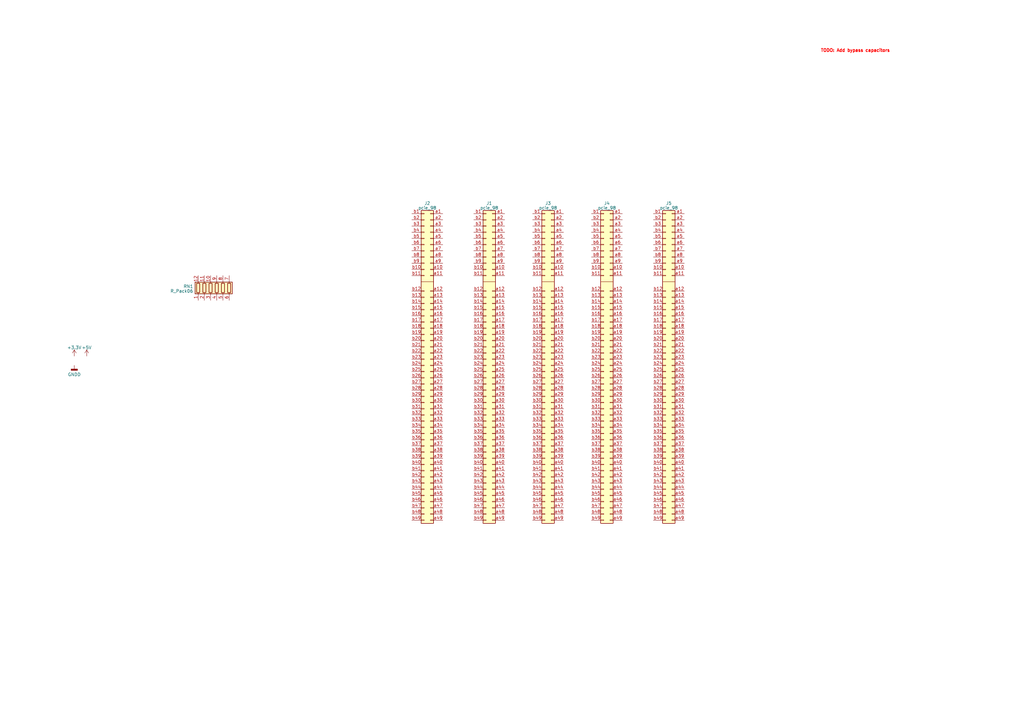
<source format=kicad_sch>
(kicad_sch (version 20230121) (generator eeschema)
  (paper "A3")
  (lib_symbols
    (symbol "Device:R_Pack06" (pin_names (offset 0) hide)
      (property "Reference" "RN" (at -10.16 0 90))
      (property "Value" "R_Pack06" (at 7.62 0 90))
      (symbol "R_Pack06_0_1"
        (rectangle (start -8.89 -2.413) (end 6.35 2.413) (stroke (width 0.254)) (fill (type background)))
        (rectangle (start -8.255 1.905) (end -6.985 -1.905) (stroke (width 0.254)))
        (rectangle (start -5.715 1.905) (end -4.445 -1.905) (stroke (width 0.254)))
        (rectangle (start -3.175 1.905) (end -1.905 -1.905) (stroke (width 0.254)))
        (rectangle (start -0.635 1.905) (end 0.635 -1.905) (stroke (width 0.254)))
        (polyline (pts (xy -7.62 -2.54) (xy -7.62 -1.905)))
        (polyline (pts (xy -7.62 1.905) (xy -7.62 2.54)))
        (polyline (pts (xy -5.08 -2.54) (xy -5.08 -1.905)))
        (polyline (pts (xy -5.08 1.905) (xy -5.08 2.54)))
        (polyline (pts (xy -2.54 -2.54) (xy -2.54 -1.905)))
        (polyline (pts (xy -2.54 1.905) (xy -2.54 2.54)))
        (polyline (pts (xy 0 -2.54) (xy 0 -1.905)))
        (polyline (pts (xy 0 1.905) (xy 0 2.54)))
        (polyline (pts (xy 2.54 -2.54) (xy 2.54 -1.905)))
        (polyline (pts (xy 2.54 1.905) (xy 2.54 2.54)))
        (polyline (pts (xy 5.08 -2.54) (xy 5.08 -1.905)))
        (polyline (pts (xy 5.08 1.905) (xy 5.08 2.54)))
        (rectangle (start 1.905 1.905) (end 3.175 -1.905) (stroke (width 0.254)))
        (rectangle (start 4.445 1.905) (end 5.715 -1.905) (stroke (width 0.254)))
      )
      (symbol "R_Pack06_1_1"
        (pin passive line (at -7.62 -5.08 90) (length 2.54) (name "R1.1") (number "1"))
        (pin passive line (at -2.54 5.08 270) (length 2.54) (name "R3.2") (number "10"))
        (pin passive line (at -5.08 5.08 270) (length 2.54) (name "R2.2") (number "11"))
        (pin passive line (at -7.62 5.08 270) (length 2.54) (name "R1.2") (number "12"))
        (pin passive line (at -5.08 -5.08 90) (length 2.54) (name "R2.1") (number "2"))
        (pin passive line (at -2.54 -5.08 90) (length 2.54) (name "R3.1") (number "3"))
        (pin passive line (at 0 -5.08 90) (length 2.54) (name "R4.1") (number "4"))
        (pin passive line (at 2.54 -5.08 90) (length 2.54) (name "R5.1") (number "5"))
        (pin passive line (at 5.08 -5.08 90) (length 2.54) (name "R6.1") (number "6"))
        (pin passive line (at 5.08 5.08 270) (length 2.54) (name "R6.2") (number "7"))
        (pin passive line (at 2.54 5.08 270) (length 2.54) (name "R5.2") (number "8"))
        (pin passive line (at 0 5.08 270) (length 2.54) (name "R4.2") (number "9"))
      )
    )
    (symbol "main_board:GND" (power) (pin_names (offset 0))
      (property "Value" "GND" (at 0 -3.175 0))
      (symbol "GND_0_1"
        (rectangle (start -1.27 -1.524) (end 1.27 -2.032) (stroke (width 0.254)) (fill (type outline)))
        (polyline (pts (xy 0 0) (xy 0 -1.524)))
      )
      (symbol "GND_1_1"
        (pin power_in line (at 0 0 270) (length 0) hide (name "GNDD") (number "1"))
      )
    )
    (symbol "main_board:pcie_98" (pin_names (offset 1.016) hide)
      (property "Reference" "J" (at 1.27 40.64 0))
      (property "Value" "pcie_98" (at 20.32 44.45 0))
      (symbol "pcie_98_0_1"
        (polyline (pts (xy 3.81 10.16) (xy -1.27 10.16)))
      )
      (symbol "pcie_98_1_1"
        (rectangle (start -1.27 -87.757) (end 0 -87.503) (stroke (width 0.1524)))
        (rectangle (start -1.27 -85.217) (end 0 -84.963) (stroke (width 0.1524)))
        (rectangle (start -1.27 -82.677) (end 0 -82.423) (stroke (width 0.1524)))
        (rectangle (start -1.27 -80.137) (end 0 -79.883) (stroke (width 0.1524)))
        (rectangle (start -1.27 -77.597) (end 0 -77.343) (stroke (width 0.1524)))
        (rectangle (start -1.27 -75.057) (end 0 -74.803) (stroke (width 0.1524)))
        (rectangle (start -1.27 -72.517) (end 0 -72.263) (stroke (width 0.1524)))
        (rectangle (start -1.27 -69.977) (end 0 -69.723) (stroke (width 0.1524)))
        (rectangle (start -1.27 -67.437) (end 0 -67.183) (stroke (width 0.1524)))
        (rectangle (start -1.27 -64.897) (end 0 -64.643) (stroke (width 0.1524)))
        (rectangle (start -1.27 -62.357) (end 0 -62.103) (stroke (width 0.1524)))
        (rectangle (start -1.27 -59.817) (end 0 -59.563) (stroke (width 0.1524)))
        (rectangle (start -1.27 -57.277) (end 0 -57.023) (stroke (width 0.1524)))
        (rectangle (start -1.27 -54.737) (end 0 -54.483) (stroke (width 0.1524)))
        (rectangle (start -1.27 -52.197) (end 0 -51.943) (stroke (width 0.1524)))
        (rectangle (start -1.27 -49.657) (end 0 -49.403) (stroke (width 0.1524)))
        (rectangle (start -1.27 -47.117) (end 0 -46.863) (stroke (width 0.1524)))
        (rectangle (start -1.27 -16.383) (end 0 -16.637) (stroke (width 0.1524)))
        (rectangle (start -1.27 -13.843) (end 0 -14.097) (stroke (width 0.1524)))
        (rectangle (start -1.27 -11.303) (end 0 -11.557) (stroke (width 0.1524)))
        (rectangle (start -1.27 6.477) (end 0 6.223) (stroke (width 0.1524)))
        (rectangle (start -1.27 12.827) (end 0 12.573) (stroke (width 0.1524)))
        (rectangle (start -1.27 38.227) (end 0 37.973) (stroke (width 0.1524)))
        (rectangle (start -1.27 39.37) (end 3.81 -88.9) (stroke (width 0.254)) (fill (type background)))
        (rectangle (start 0 -44.577) (end -1.27 -44.323) (stroke (width 0.1524)))
        (rectangle (start 0 -42.037) (end -1.27 -41.783) (stroke (width 0.1524)))
        (rectangle (start 0 -39.497) (end -1.27 -39.243) (stroke (width 0.1524)))
        (rectangle (start 0 -36.957) (end -1.27 -36.703) (stroke (width 0.1524)))
        (rectangle (start 0 -34.417) (end -1.27 -34.163) (stroke (width 0.1524)))
        (rectangle (start 0 -31.877) (end -1.27 -31.623) (stroke (width 0.1524)))
        (rectangle (start 0 -29.337) (end -1.27 -29.083) (stroke (width 0.1524)))
        (rectangle (start 0 -26.797) (end -1.27 -26.543) (stroke (width 0.1524)))
        (rectangle (start 0 -24.257) (end -1.27 -24.003) (stroke (width 0.1524)))
        (rectangle (start 0 -21.717) (end -1.27 -21.463) (stroke (width 0.1524)))
        (rectangle (start 0 -19.177) (end -1.27 -18.923) (stroke (width 0.1524)))
        (rectangle (start 0 -9.017) (end -1.27 -8.763) (stroke (width 0.1524)))
        (rectangle (start 0 -6.477) (end -1.27 -6.223) (stroke (width 0.1524)))
        (rectangle (start 0 -3.937) (end -1.27 -3.683) (stroke (width 0.1524)))
        (rectangle (start 0 -1.397) (end -1.27 -1.143) (stroke (width 0.1524)))
        (rectangle (start 0 1.143) (end -1.27 1.397) (stroke (width 0.1524)))
        (rectangle (start 0 3.683) (end -1.27 3.937) (stroke (width 0.1524)))
        (rectangle (start 0 15.113) (end -1.27 15.367) (stroke (width 0.1524)))
        (rectangle (start 0 17.653) (end -1.27 17.907) (stroke (width 0.1524)))
        (rectangle (start 0 20.193) (end -1.27 20.447) (stroke (width 0.1524)))
        (rectangle (start 0 22.733) (end -1.27 22.987) (stroke (width 0.1524)))
        (rectangle (start 0 25.273) (end -1.27 25.527) (stroke (width 0.1524)))
        (rectangle (start 0 27.813) (end -1.27 28.067) (stroke (width 0.1524)))
        (rectangle (start 0 30.353) (end -1.27 30.607) (stroke (width 0.1524)))
        (rectangle (start 0 32.893) (end -1.27 33.147) (stroke (width 0.1524)))
        (rectangle (start 0 35.433) (end -1.27 35.687) (stroke (width 0.1524)))
        (rectangle (start 2.54 -87.757) (end 3.81 -87.503) (stroke (width 0.1524)))
        (rectangle (start 2.54 -85.217) (end 3.81 -84.963) (stroke (width 0.1524)))
        (rectangle (start 2.54 -82.677) (end 3.81 -82.423) (stroke (width 0.1524)))
        (rectangle (start 2.54 -80.137) (end 3.81 -79.883) (stroke (width 0.1524)))
        (rectangle (start 2.54 -77.597) (end 3.81 -77.343) (stroke (width 0.1524)))
        (rectangle (start 2.54 -75.057) (end 3.81 -74.803) (stroke (width 0.1524)))
        (rectangle (start 2.54 -72.517) (end 3.81 -72.263) (stroke (width 0.1524)))
        (rectangle (start 2.54 -69.977) (end 3.81 -69.723) (stroke (width 0.1524)))
        (rectangle (start 2.54 -67.437) (end 3.81 -67.183) (stroke (width 0.1524)))
        (rectangle (start 2.54 -64.897) (end 3.81 -64.643) (stroke (width 0.1524)))
        (rectangle (start 2.54 -62.357) (end 3.81 -62.103) (stroke (width 0.1524)))
        (rectangle (start 2.54 -59.817) (end 3.81 -59.563) (stroke (width 0.1524)))
        (rectangle (start 2.54 -57.277) (end 3.81 -57.023) (stroke (width 0.1524)))
        (rectangle (start 2.54 -54.737) (end 3.81 -54.483) (stroke (width 0.1524)))
        (rectangle (start 2.54 -52.197) (end 3.81 -51.943) (stroke (width 0.1524)))
        (rectangle (start 2.54 -49.657) (end 3.81 -49.403) (stroke (width 0.1524)))
        (rectangle (start 2.54 -47.117) (end 3.81 -46.863) (stroke (width 0.1524)))
        (rectangle (start 2.54 -44.577) (end 3.81 -44.323) (stroke (width 0.1524)))
        (rectangle (start 2.54 -42.037) (end 3.81 -41.783) (stroke (width 0.1524)))
        (rectangle (start 2.54 -39.497) (end 3.81 -39.243) (stroke (width 0.1524)))
        (rectangle (start 2.54 -36.957) (end 3.81 -36.703) (stroke (width 0.1524)))
        (rectangle (start 2.54 -34.417) (end 3.81 -34.163) (stroke (width 0.1524)))
        (rectangle (start 2.54 -31.877) (end 3.81 -31.623) (stroke (width 0.1524)))
        (rectangle (start 2.54 -29.337) (end 3.81 -29.083) (stroke (width 0.1524)))
        (rectangle (start 2.54 -26.797) (end 3.81 -26.543) (stroke (width 0.1524)))
        (rectangle (start 2.54 -24.257) (end 3.81 -24.003) (stroke (width 0.1524)))
        (rectangle (start 2.54 -21.717) (end 3.81 -21.463) (stroke (width 0.1524)))
        (rectangle (start 2.54 -19.177) (end 3.81 -18.923) (stroke (width 0.1524)))
        (rectangle (start 2.54 -16.383) (end 3.81 -16.637) (stroke (width 0.1524)))
        (rectangle (start 2.54 -14.097) (end 3.81 -13.843) (stroke (width 0.1524)))
        (rectangle (start 2.54 -11.557) (end 3.81 -11.303) (stroke (width 0.1524)))
        (rectangle (start 2.54 -9.017) (end 3.81 -8.763) (stroke (width 0.1524)))
        (rectangle (start 2.54 -6.223) (end 3.81 -6.477) (stroke (width 0.1524)))
        (rectangle (start 2.54 -3.937) (end 3.81 -3.683) (stroke (width 0.1524)))
        (rectangle (start 2.54 -1.397) (end 3.81 -1.143) (stroke (width 0.1524)))
        (rectangle (start 2.54 1.143) (end 3.81 1.397) (stroke (width 0.1524)))
        (rectangle (start 2.54 3.683) (end 3.81 3.937) (stroke (width 0.1524)))
        (rectangle (start 2.54 6.477) (end 3.81 6.223) (stroke (width 0.1524)))
        (rectangle (start 2.54 12.573) (end 3.81 12.827) (stroke (width 0.1524)))
        (rectangle (start 2.54 15.113) (end 3.81 15.367) (stroke (width 0.1524)))
        (rectangle (start 2.54 17.653) (end 3.81 17.907) (stroke (width 0.1524)))
        (rectangle (start 2.54 20.193) (end 3.81 20.447) (stroke (width 0.1524)))
        (rectangle (start 2.54 22.733) (end 3.81 22.987) (stroke (width 0.1524)))
        (rectangle (start 2.54 25.273) (end 3.81 25.527) (stroke (width 0.1524)))
        (rectangle (start 2.54 27.813) (end 3.81 28.067) (stroke (width 0.1524)))
        (rectangle (start 2.54 30.353) (end 3.81 30.607) (stroke (width 0.1524)))
        (rectangle (start 2.54 32.893) (end 3.81 33.147) (stroke (width 0.1524)))
        (rectangle (start 2.54 35.433) (end 3.81 35.687) (stroke (width 0.1524)))
        (rectangle (start 2.54 38.227) (end 3.81 37.973) (stroke (width 0.1524)))
        (pin passive line (at 7.62 38.1 180) (length 3.81) (name "Pin_a1") (number "a1"))
        (pin passive line (at 7.62 15.24 180) (length 3.81) (name "Pin_a10") (number "a10"))
        (pin passive line (at 7.62 12.7 180) (length 3.81) (name "Pin_a11") (number "a11"))
        (pin passive line (at 7.62 6.35 180) (length 3.81) (name "Pin_a12") (number "a12"))
        (pin passive line (at 7.62 3.81 180) (length 3.81) (name "Pin_a13") (number "a13"))
        (pin passive line (at 7.62 1.27 180) (length 3.81) (name "Pin_a14") (number "a14"))
        (pin passive line (at 7.62 -1.27 180) (length 3.81) (name "Pin_a15") (number "a15"))
        (pin passive line (at 7.62 -3.81 180) (length 3.81) (name "Pin_a16") (number "a16"))
        (pin passive line (at 7.62 -6.35 180) (length 3.81) (name "Pin_a17") (number "a17"))
        (pin passive line (at 7.62 -8.89 180) (length 3.81) (name "Pin_a18") (number "a18"))
        (pin passive line (at 7.62 -11.43 180) (length 3.81) (name "Pin_a19") (number "a19"))
        (pin passive line (at 7.62 35.56 180) (length 3.81) (name "Pin_a2") (number "a2"))
        (pin passive line (at 7.62 -13.97 180) (length 3.81) (name "Pin_a20") (number "a20"))
        (pin passive line (at 7.62 -16.51 180) (length 3.81) (name "Pin_a21") (number "a21"))
        (pin passive line (at 7.62 -19.05 180) (length 3.81) (name "Pin_a22") (number "a22"))
        (pin passive line (at 7.62 -21.59 180) (length 3.81) (name "Pin_a23") (number "a23"))
        (pin passive line (at 7.62 -24.13 180) (length 3.81) (name "Pin_a24") (number "a24"))
        (pin passive line (at 7.62 -26.67 180) (length 3.81) (name "Pin_a25") (number "a25"))
        (pin passive line (at 7.62 -29.21 180) (length 3.81) (name "Pin_a26") (number "a26"))
        (pin passive line (at 7.62 -31.75 180) (length 3.81) (name "Pin_a27") (number "a27"))
        (pin passive line (at 7.62 -34.29 180) (length 3.81) (name "Pin_a28") (number "a28"))
        (pin passive line (at 7.62 -36.83 180) (length 3.81) (name "Pin_a29") (number "a29"))
        (pin passive line (at 7.62 33.02 180) (length 3.81) (name "Pin_a3") (number "a3"))
        (pin passive line (at 7.62 -39.37 180) (length 3.81) (name "Pin_a30") (number "a30"))
        (pin passive line (at 7.62 -41.91 180) (length 3.81) (name "Pin_a31") (number "a31"))
        (pin passive line (at 7.62 -44.45 180) (length 3.81) (name "Pin_a32") (number "a32"))
        (pin passive line (at 7.62 -46.99 180) (length 3.81) (name "Pin_a33") (number "a33"))
        (pin passive line (at 7.62 -49.53 180) (length 3.81) (name "Pin_a34") (number "a34"))
        (pin passive line (at 7.62 -52.07 180) (length 3.81) (name "Pin_a35") (number "a35"))
        (pin passive line (at 7.62 -54.61 180) (length 3.81) (name "Pin_a36") (number "a36"))
        (pin passive line (at 7.62 -57.15 180) (length 3.81) (name "Pin_a37") (number "a37"))
        (pin passive line (at 7.62 -59.69 180) (length 3.81) (name "Pin_a38") (number "a38"))
        (pin passive line (at 7.62 -62.23 180) (length 3.81) (name "Pin_a39") (number "a39"))
        (pin passive line (at 7.62 30.48 180) (length 3.81) (name "Pin_a4") (number "a4"))
        (pin passive line (at 7.62 -64.77 180) (length 3.81) (name "Pin_a40") (number "a40"))
        (pin passive line (at 7.62 -67.31 180) (length 3.81) (name "Pin_a41") (number "a41"))
        (pin passive line (at 7.62 -69.85 180) (length 3.81) (name "Pin_a42") (number "a42"))
        (pin passive line (at 7.62 -72.39 180) (length 3.81) (name "Pin_a43") (number "a43"))
        (pin passive line (at 7.62 -74.93 180) (length 3.81) (name "Pin_a44") (number "a44"))
        (pin passive line (at 7.62 -77.47 180) (length 3.81) (name "Pin_a45") (number "a45"))
        (pin passive line (at 7.62 -80.01 180) (length 3.81) (name "Pin_a46") (number "a46"))
        (pin passive line (at 7.62 -82.55 180) (length 3.81) (name "Pin_a47") (number "a47"))
        (pin passive line (at 7.62 -85.09 180) (length 3.81) (name "Pin_a48") (number "a48"))
        (pin passive line (at 7.62 -87.63 180) (length 3.81) (name "Pin_a49") (number "a49"))
        (pin passive line (at 7.62 27.94 180) (length 3.81) (name "Pin_a5") (number "a5"))
        (pin passive line (at 7.62 25.4 180) (length 3.81) (name "Pin_a6") (number "a6"))
        (pin passive line (at 7.62 22.86 180) (length 3.81) (name "Pin_a7") (number "a7"))
        (pin passive line (at 7.62 20.32 180) (length 3.81) (name "Pin_a8") (number "a8"))
        (pin passive line (at 7.62 17.78 180) (length 3.81) (name "Pin_a9") (number "a9"))
        (pin passive line (at -5.08 38.1 0) (length 3.81) (name "Pin_b1") (number "b1"))
        (pin passive line (at -5.08 15.24 0) (length 3.81) (name "Pin_b10") (number "b10"))
        (pin passive line (at -5.08 12.7 0) (length 3.81) (name "Pin_b11") (number "b11"))
        (pin passive line (at -5.08 6.35 0) (length 3.81) (name "Pin_b12") (number "b12"))
        (pin passive line (at -5.08 3.81 0) (length 3.81) (name "Pin_b13") (number "b13"))
        (pin passive line (at -5.08 1.27 0) (length 3.81) (name "Pin_b14") (number "b14"))
        (pin passive line (at -5.08 -1.27 0) (length 3.81) (name "Pin_b15") (number "b15"))
        (pin passive line (at -5.08 -3.81 0) (length 3.81) (name "Pin_b16") (number "b16"))
        (pin passive line (at -5.08 -6.35 0) (length 3.81) (name "Pin_b17") (number "b17"))
        (pin passive line (at -5.08 -8.89 0) (length 3.81) (name "Pin_b18") (number "b18"))
        (pin passive line (at -5.08 -11.43 0) (length 3.81) (name "Pin_b19") (number "b19"))
        (pin passive line (at -5.08 35.56 0) (length 3.81) (name "Pin_b2") (number "b2"))
        (pin passive line (at -5.08 -13.97 0) (length 3.81) (name "Pin_b20") (number "b20"))
        (pin passive line (at -5.08 -16.51 0) (length 3.81) (name "Pin_b21") (number "b21"))
        (pin passive line (at -5.08 -19.05 0) (length 3.81) (name "Pin_b22") (number "b22"))
        (pin passive line (at -5.08 -21.59 0) (length 3.81) (name "Pin_b23") (number "b23"))
        (pin passive line (at -5.08 -24.13 0) (length 3.81) (name "Pin_b24") (number "b24"))
        (pin passive line (at -5.08 -26.67 0) (length 3.81) (name "Pin_b25") (number "b25"))
        (pin passive line (at -5.08 -29.21 0) (length 3.81) (name "Pin_b26") (number "b26"))
        (pin passive line (at -5.08 -31.75 0) (length 3.81) (name "Pin_b27") (number "b27"))
        (pin passive line (at -5.08 -34.29 0) (length 3.81) (name "Pin_b28") (number "b28"))
        (pin passive line (at -5.08 -36.83 0) (length 3.81) (name "Pin_b29") (number "b29"))
        (pin passive line (at -5.08 33.02 0) (length 3.81) (name "Pin_b3") (number "b3"))
        (pin passive line (at -5.08 -39.37 0) (length 3.81) (name "Pin_b30") (number "b30"))
        (pin passive line (at -5.08 -41.91 0) (length 3.81) (name "Pin_b31") (number "b31"))
        (pin passive line (at -5.08 -44.45 0) (length 3.81) (name "Pin_b32") (number "b32"))
        (pin passive line (at -5.08 -46.99 0) (length 3.81) (name "Pin_b33") (number "b33"))
        (pin passive line (at -5.08 -49.53 0) (length 3.81) (name "Pin_b34") (number "b34"))
        (pin passive line (at -5.08 -52.07 0) (length 3.81) (name "Pin_b35") (number "b35"))
        (pin passive line (at -5.08 -54.61 0) (length 3.81) (name "Pin_b36") (number "b36"))
        (pin passive line (at -5.08 -57.15 0) (length 3.81) (name "Pin_b37") (number "b37"))
        (pin passive line (at -5.08 -59.69 0) (length 3.81) (name "Pin_b38") (number "b38"))
        (pin passive line (at -5.08 -62.23 0) (length 3.81) (name "Pin_b39") (number "b39"))
        (pin passive line (at -5.08 30.48 0) (length 3.81) (name "Pin_b4") (number "b4"))
        (pin passive line (at -5.08 -64.77 0) (length 3.81) (name "Pin_b40") (number "b40"))
        (pin passive line (at -5.08 -67.31 0) (length 3.81) (name "Pin_b41") (number "b41"))
        (pin passive line (at -5.08 -69.85 0) (length 3.81) (name "Pin_b42") (number "b42"))
        (pin passive line (at -5.08 -72.39 0) (length 3.81) (name "Pin_b43") (number "b43"))
        (pin passive line (at -5.08 -74.93 0) (length 3.81) (name "Pin_b44") (number "b44"))
        (pin passive line (at -5.08 -77.47 0) (length 3.81) (name "Pin_b45") (number "b45"))
        (pin passive line (at -5.08 -80.01 0) (length 3.81) (name "Pin_46") (number "b46"))
        (pin passive line (at -5.08 -82.55 0) (length 3.81) (name "Pin_b47") (number "b47"))
        (pin passive line (at -5.08 -85.09 0) (length 3.81) (name "Pin_b48") (number "b48"))
        (pin passive line (at -5.08 -87.63 0) (length 3.81) (name "Pin_b49") (number "b49"))
        (pin passive line (at -5.08 27.94 0) (length 3.81) (name "Pin_b5") (number "b5"))
        (pin passive line (at -5.08 25.4 0) (length 3.81) (name "Pin_b6") (number "b6"))
        (pin passive line (at -5.08 22.86 0) (length 3.81) (name "Pin_b7") (number "b7"))
        (pin passive line (at -5.08 20.32 0) (length 3.81) (name "Pin_b8") (number "b8"))
        (pin passive line (at -5.08 17.78 0) (length 3.81) (name "Pin_b9") (number "b9"))
      )
    )
    (symbol "power:+3.3V" (power) (pin_names (offset 0))
      (property "Value" "+3.3V" (at 0 3.556 0))
      (symbol "+3.3V_0_1"
        (polyline (pts (xy -0.762 1.27) (xy 0 2.54)))
        (polyline (pts (xy 0 0) (xy 0 2.54)))
        (polyline (pts (xy 0 2.54) (xy 0.762 1.27)))
      )
      (symbol "+3.3V_1_1"
        (pin power_in line (at 0 0 90) (length 0) hide (name "+3.3V") (number "1"))
      )
    )
    (symbol "power:+5V" (power) (pin_names (offset 0))
      (property "Value" "+5V" (at 0 3.556 0))
      (symbol "+5V_0_1"
        (polyline (pts (xy -0.762 1.27) (xy 0 2.54)))
        (polyline (pts (xy 0 0) (xy 0 2.54)))
        (polyline (pts (xy 0 2.54) (xy 0.762 1.27)))
      )
      (symbol "+5V_1_1"
        (pin power_in line (at 0 0 90) (length 0) hide (name "+5V") (number "1"))
      )
    )
  )
  (text "TODO: Add bypass capacitors" (at 336.55 21.59 0) (effects (font (size 1.27 1.27) (thickness 0.254) bold) (justify left bottom)))
  (symbol (lib_id "main_board:pcie_98") (at 173.99 125.73 0) (unit 1)
    (property "Reference" "J2" (at 175.26 83.3501 0))
    (property "Value" "pcie_98" (at 175.26 85.2711 0))
    (property "Footprint" "main_board:pcie_98_socket" (effects hide))
  )
  (symbol (lib_id "main_board:pcie_98") (at 247.65 125.73 0) (unit 1)
    (property "Reference" "J4" (at 248.92 83.3501 0))
    (property "Value" "pcie_98" (at 248.92 85.2711 0))
    (property "Footprint" "main_board:pcie_98_socket" (effects hide))
  )
  (symbol (lib_id "main_board:pcie_98") (at 223.52 125.73 0) (unit 1)
    (property "Reference" "J3" (at 224.79 83.3501 0))
    (property "Value" "pcie_98" (at 224.79 85.2711 0))
    (property "Footprint" "main_board:pcie_98_socket" (effects hide))
  )
  (symbol (lib_id "power:+5V") (at 35.56 146.05 0) (unit 1)
    (property "Reference" "#PWR02" (effects hide))
    (property "Value" "+5V" (at 35.56 142.5481 0))
  )
  (symbol (lib_id "Device:R_Pack06") (at 88.9 118.11 0) (unit 1)
    (property "Reference" "RN1" (at 79.2481 117.4663 0) (effects (justify right)))
    (property "Value" "R_Pack06" (at 79.2481 119.3873 0) (effects (justify right)))
    (property "Footprint" "main_board:weact_stm32fh750" (effects hide))
  )
  (symbol (lib_id "power:+3.3V") (at 30.48 146.05 0) (unit 1)
    (property "Reference" "#PWR03" (effects hide))
    (property "Value" "+3.3V" (at 30.48 142.5481 0))
  )
  (symbol (lib_id "main_board:pcie_98") (at 199.39 125.73 0) (unit 1)
    (property "Reference" "J1" (at 200.66 83.3501 0))
    (property "Value" "pcie_98" (at 200.66 85.2711 0))
    (property "Footprint" "main_board:pcie_98_socket" (effects hide))
  )
  (symbol (lib_id "main_board:pcie_98") (at 273.05 125.73 0) (unit 1)
    (property "Reference" "J5" (at 274.32 83.3501 0))
    (property "Value" "pcie_98" (at 274.32 85.2711 0))
    (property "Footprint" "main_board:pcie_98_socket" (effects hide))
  )
  (symbol (lib_id "main_board:GND") (at 30.48 149.86 0) (unit 1)
    (property "Reference" "#PWR01" (effects hide))
    (property "Value" "GND" (at 30.48 153.6145 0))
  )
)
</source>
